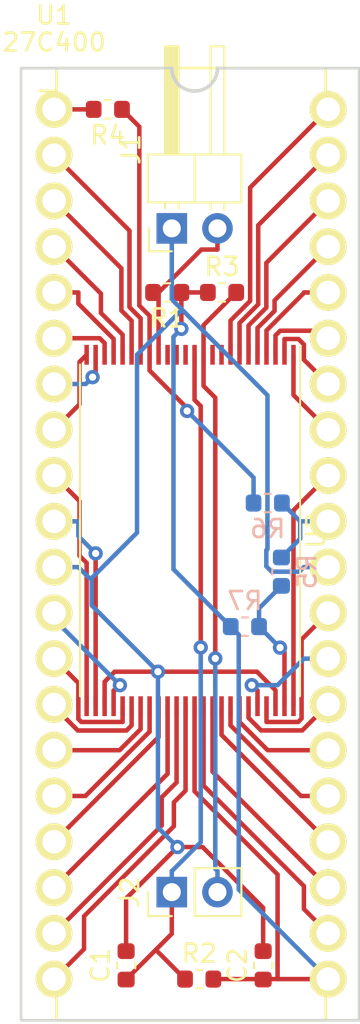
<source format=kicad_pcb>
(kicad_pcb (version 20171130) (host pcbnew 5.0.0)

  (general
    (thickness 1.6)
    (drawings 6)
    (tracks 241)
    (zones 0)
    (modules 13)
    (nets 50)
  )

  (page A4)
  (layers
    (0 F.Cu mixed)
    (31 B.Cu mixed)
    (32 B.Adhes user)
    (33 F.Adhes user)
    (34 B.Paste user)
    (35 F.Paste user)
    (36 B.SilkS user)
    (37 F.SilkS user)
    (38 B.Mask user)
    (39 F.Mask user)
    (40 Dwgs.User user)
    (41 Cmts.User user)
    (42 Eco1.User user)
    (43 Eco2.User user)
    (44 Edge.Cuts user)
    (45 Margin user)
    (46 B.CrtYd user)
    (47 F.CrtYd user)
    (48 B.Fab user)
    (49 F.Fab user)
  )

  (setup
    (last_trace_width 0.25)
    (trace_clearance 0.2)
    (zone_clearance 0.508)
    (zone_45_only no)
    (trace_min 0.2)
    (segment_width 0.2)
    (edge_width 0.15)
    (via_size 0.8)
    (via_drill 0.4)
    (via_min_size 0.4)
    (via_min_drill 0.3)
    (uvia_size 0.3)
    (uvia_drill 0.1)
    (uvias_allowed no)
    (uvia_min_size 0.2)
    (uvia_min_drill 0.1)
    (pcb_text_width 0.3)
    (pcb_text_size 1.5 1.5)
    (mod_edge_width 0.15)
    (mod_text_size 1 1)
    (mod_text_width 0.15)
    (pad_size 1.524 1.524)
    (pad_drill 0.762)
    (pad_to_mask_clearance 0.2)
    (aux_axis_origin 0 0)
    (visible_elements FFFFFF7F)
    (pcbplotparams
      (layerselection 0x010fc_ffffffff)
      (usegerberextensions false)
      (usegerberattributes false)
      (usegerberadvancedattributes false)
      (creategerberjobfile false)
      (excludeedgelayer true)
      (linewidth 0.100000)
      (plotframeref false)
      (viasonmask false)
      (mode 1)
      (useauxorigin false)
      (hpglpennumber 1)
      (hpglpenspeed 20)
      (hpglpendiameter 15.000000)
      (psnegative false)
      (psa4output false)
      (plotreference true)
      (plotvalue true)
      (plotinvisibletext false)
      (padsonsilk false)
      (subtractmaskfromsilk false)
      (outputformat 1)
      (mirror false)
      (drillshape 1)
      (scaleselection 1)
      (outputdirectory ""))
  )

  (net 0 "")
  (net 1 /P39)
  (net 2 /P28)
  (net 3 /P27)
  (net 4 /P26)
  (net 5 /P25)
  (net 6 /P24)
  (net 7 /P23)
  (net 8 /P22)
  (net 9 /P2)
  (net 10 /P20)
  (net 11 /P19)
  (net 12 /P10)
  (net 13 /P18)
  (net 14 /P9)
  (net 15 /P17)
  (net 16 /P8)
  (net 17 /P16)
  (net 18 /P7)
  (net 19 /P40)
  (net 20 /P15)
  (net 21 /P6)
  (net 22 /P14)
  (net 23 /P5)
  (net 24 /P13)
  (net 25 /P4)
  (net 26 /P12)
  (net 27 /P3)
  (net 28 /P38)
  (net 29 /P37)
  (net 30 /P36)
  (net 31 /P35)
  (net 32 /P34)
  (net 33 /P33)
  (net 34 /P32)
  (net 35 /P29)
  (net 36 "Net-(U2-Pad13)")
  (net 37 "Net-(U2-Pad14)")
  (net 38 "Net-(U2-Pad9)")
  (net 39 "Net-(U2-Pad10)")
  (net 40 /P_WE)
  (net 41 /P_RST)
  (net 42 "Net-(U2-Pad15)")
  (net 43 /P_A18)
  (net 44 VCC)
  (net 45 VSS)
  (net 46 /P1_2)
  (net 47 /P1_1)
  (net 48 /P31_1)
  (net 49 /P31_2)

  (net_class Default "This is the default net class."
    (clearance 0.2)
    (trace_width 0.25)
    (via_dia 0.8)
    (via_drill 0.4)
    (uvia_dia 0.3)
    (uvia_drill 0.1)
    (add_net /P10)
    (add_net /P12)
    (add_net /P13)
    (add_net /P14)
    (add_net /P15)
    (add_net /P16)
    (add_net /P17)
    (add_net /P18)
    (add_net /P19)
    (add_net /P1_1)
    (add_net /P1_2)
    (add_net /P2)
    (add_net /P20)
    (add_net /P22)
    (add_net /P23)
    (add_net /P24)
    (add_net /P25)
    (add_net /P26)
    (add_net /P27)
    (add_net /P28)
    (add_net /P29)
    (add_net /P3)
    (add_net /P31_1)
    (add_net /P31_2)
    (add_net /P32)
    (add_net /P33)
    (add_net /P34)
    (add_net /P35)
    (add_net /P36)
    (add_net /P37)
    (add_net /P38)
    (add_net /P39)
    (add_net /P4)
    (add_net /P40)
    (add_net /P5)
    (add_net /P6)
    (add_net /P7)
    (add_net /P8)
    (add_net /P9)
    (add_net /P_A18)
    (add_net /P_RST)
    (add_net /P_WE)
    (add_net "Net-(U2-Pad10)")
    (add_net "Net-(U2-Pad13)")
    (add_net "Net-(U2-Pad14)")
    (add_net "Net-(U2-Pad15)")
    (add_net "Net-(U2-Pad9)")
    (add_net VCC)
    (add_net VSS)
  )

  (module Resistor_SMD:R_0603_1608Metric (layer B.Cu) (tedit 5B301BBD) (tstamp 5BC088DA)
    (at 107.696 92.456 180)
    (descr "Resistor SMD 0603 (1608 Metric), square (rectangular) end terminal, IPC_7351 nominal, (Body size source: http://www.tortai-tech.com/upload/download/2011102023233369053.pdf), generated with kicad-footprint-generator")
    (tags resistor)
    (path /5BC1FF61)
    (attr smd)
    (fp_text reference R7 (at 0 1.43 180) (layer B.SilkS)
      (effects (font (size 1 1) (thickness 0.15)) (justify mirror))
    )
    (fp_text value 10k (at 0 -1.43 180) (layer B.Fab)
      (effects (font (size 1 1) (thickness 0.15)) (justify mirror))
    )
    (fp_text user %R (at 0 0 180) (layer B.Fab)
      (effects (font (size 0.4 0.4) (thickness 0.06)) (justify mirror))
    )
    (fp_line (start 1.48 -0.73) (end -1.48 -0.73) (layer B.CrtYd) (width 0.05))
    (fp_line (start 1.48 0.73) (end 1.48 -0.73) (layer B.CrtYd) (width 0.05))
    (fp_line (start -1.48 0.73) (end 1.48 0.73) (layer B.CrtYd) (width 0.05))
    (fp_line (start -1.48 -0.73) (end -1.48 0.73) (layer B.CrtYd) (width 0.05))
    (fp_line (start -0.162779 -0.51) (end 0.162779 -0.51) (layer B.SilkS) (width 0.12))
    (fp_line (start -0.162779 0.51) (end 0.162779 0.51) (layer B.SilkS) (width 0.12))
    (fp_line (start 0.8 -0.4) (end -0.8 -0.4) (layer B.Fab) (width 0.1))
    (fp_line (start 0.8 0.4) (end 0.8 -0.4) (layer B.Fab) (width 0.1))
    (fp_line (start -0.8 0.4) (end 0.8 0.4) (layer B.Fab) (width 0.1))
    (fp_line (start -0.8 -0.4) (end -0.8 0.4) (layer B.Fab) (width 0.1))
    (pad 2 smd roundrect (at 0.7875 0 180) (size 0.875 0.95) (layers B.Cu B.Paste B.Mask) (roundrect_rratio 0.25)
      (net 44 VCC))
    (pad 1 smd roundrect (at -0.7875 0 180) (size 0.875 0.95) (layers B.Cu B.Paste B.Mask) (roundrect_rratio 0.25)
      (net 49 /P31_2))
    (model ${KISYS3DMOD}/Resistor_SMD.3dshapes/R_0603_1608Metric.wrl
      (at (xyz 0 0 0))
      (scale (xyz 1 1 1))
      (rotate (xyz 0 0 0))
    )
  )

  (module Resistor_SMD:R_0603_1608Metric (layer B.Cu) (tedit 5B301BBD) (tstamp 5BC088C9)
    (at 108.966 85.598)
    (descr "Resistor SMD 0603 (1608 Metric), square (rectangular) end terminal, IPC_7351 nominal, (Body size source: http://www.tortai-tech.com/upload/download/2011102023233369053.pdf), generated with kicad-footprint-generator")
    (tags resistor)
    (path /5BC1B265)
    (attr smd)
    (fp_text reference R6 (at 0 1.43) (layer B.SilkS)
      (effects (font (size 1 1) (thickness 0.15)) (justify mirror))
    )
    (fp_text value 0 (at 0 -1.43) (layer B.Fab)
      (effects (font (size 1 1) (thickness 0.15)) (justify mirror))
    )
    (fp_line (start -0.8 -0.4) (end -0.8 0.4) (layer B.Fab) (width 0.1))
    (fp_line (start -0.8 0.4) (end 0.8 0.4) (layer B.Fab) (width 0.1))
    (fp_line (start 0.8 0.4) (end 0.8 -0.4) (layer B.Fab) (width 0.1))
    (fp_line (start 0.8 -0.4) (end -0.8 -0.4) (layer B.Fab) (width 0.1))
    (fp_line (start -0.162779 0.51) (end 0.162779 0.51) (layer B.SilkS) (width 0.12))
    (fp_line (start -0.162779 -0.51) (end 0.162779 -0.51) (layer B.SilkS) (width 0.12))
    (fp_line (start -1.48 -0.73) (end -1.48 0.73) (layer B.CrtYd) (width 0.05))
    (fp_line (start -1.48 0.73) (end 1.48 0.73) (layer B.CrtYd) (width 0.05))
    (fp_line (start 1.48 0.73) (end 1.48 -0.73) (layer B.CrtYd) (width 0.05))
    (fp_line (start 1.48 -0.73) (end -1.48 -0.73) (layer B.CrtYd) (width 0.05))
    (fp_text user %R (at 0 0) (layer B.Fab)
      (effects (font (size 0.4 0.4) (thickness 0.06)) (justify mirror))
    )
    (pad 1 smd roundrect (at -0.7875 0) (size 0.875 0.95) (layers B.Cu B.Paste B.Mask) (roundrect_rratio 0.25)
      (net 46 /P1_2))
    (pad 2 smd roundrect (at 0.7875 0) (size 0.875 0.95) (layers B.Cu B.Paste B.Mask) (roundrect_rratio 0.25)
      (net 48 /P31_1))
    (model ${KISYS3DMOD}/Resistor_SMD.3dshapes/R_0603_1608Metric.wrl
      (at (xyz 0 0 0))
      (scale (xyz 1 1 1))
      (rotate (xyz 0 0 0))
    )
  )

  (module Resistor_SMD:R_0603_1608Metric (layer B.Cu) (tedit 5B301BBD) (tstamp 5BC088B8)
    (at 109.728 89.408 90)
    (descr "Resistor SMD 0603 (1608 Metric), square (rectangular) end terminal, IPC_7351 nominal, (Body size source: http://www.tortai-tech.com/upload/download/2011102023233369053.pdf), generated with kicad-footprint-generator")
    (tags resistor)
    (path /5BC171B2)
    (attr smd)
    (fp_text reference R5 (at 0 1.43 90) (layer B.SilkS)
      (effects (font (size 1 1) (thickness 0.15)) (justify mirror))
    )
    (fp_text value 0 (at 0 -1.43 90) (layer B.Fab)
      (effects (font (size 1 1) (thickness 0.15)) (justify mirror))
    )
    (fp_text user %R (at 0 0 90) (layer B.Fab)
      (effects (font (size 0.4 0.4) (thickness 0.06)) (justify mirror))
    )
    (fp_line (start 1.48 -0.73) (end -1.48 -0.73) (layer B.CrtYd) (width 0.05))
    (fp_line (start 1.48 0.73) (end 1.48 -0.73) (layer B.CrtYd) (width 0.05))
    (fp_line (start -1.48 0.73) (end 1.48 0.73) (layer B.CrtYd) (width 0.05))
    (fp_line (start -1.48 -0.73) (end -1.48 0.73) (layer B.CrtYd) (width 0.05))
    (fp_line (start -0.162779 -0.51) (end 0.162779 -0.51) (layer B.SilkS) (width 0.12))
    (fp_line (start -0.162779 0.51) (end 0.162779 0.51) (layer B.SilkS) (width 0.12))
    (fp_line (start 0.8 -0.4) (end -0.8 -0.4) (layer B.Fab) (width 0.1))
    (fp_line (start 0.8 0.4) (end 0.8 -0.4) (layer B.Fab) (width 0.1))
    (fp_line (start -0.8 0.4) (end 0.8 0.4) (layer B.Fab) (width 0.1))
    (fp_line (start -0.8 -0.4) (end -0.8 0.4) (layer B.Fab) (width 0.1))
    (pad 2 smd roundrect (at 0.7875 0 90) (size 0.875 0.95) (layers B.Cu B.Paste B.Mask) (roundrect_rratio 0.25)
      (net 48 /P31_1))
    (pad 1 smd roundrect (at -0.7875 0 90) (size 0.875 0.95) (layers B.Cu B.Paste B.Mask) (roundrect_rratio 0.25)
      (net 49 /P31_2))
    (model ${KISYS3DMOD}/Resistor_SMD.3dshapes/R_0603_1608Metric.wrl
      (at (xyz 0 0 0))
      (scale (xyz 1 1 1))
      (rotate (xyz 0 0 0))
    )
  )

  (module Resistor_SMD:R_0603_1608Metric (layer F.Cu) (tedit 5B301BBD) (tstamp 5BC088A7)
    (at 100.076 63.754 180)
    (descr "Resistor SMD 0603 (1608 Metric), square (rectangular) end terminal, IPC_7351 nominal, (Body size source: http://www.tortai-tech.com/upload/download/2011102023233369053.pdf), generated with kicad-footprint-generator")
    (tags resistor)
    (path /5BC0BC15)
    (attr smd)
    (fp_text reference R4 (at 0 -1.43 180) (layer F.SilkS)
      (effects (font (size 1 1) (thickness 0.15)))
    )
    (fp_text value 0 (at 0 1.43 180) (layer F.Fab)
      (effects (font (size 1 1) (thickness 0.15)))
    )
    (fp_line (start -0.8 0.4) (end -0.8 -0.4) (layer F.Fab) (width 0.1))
    (fp_line (start -0.8 -0.4) (end 0.8 -0.4) (layer F.Fab) (width 0.1))
    (fp_line (start 0.8 -0.4) (end 0.8 0.4) (layer F.Fab) (width 0.1))
    (fp_line (start 0.8 0.4) (end -0.8 0.4) (layer F.Fab) (width 0.1))
    (fp_line (start -0.162779 -0.51) (end 0.162779 -0.51) (layer F.SilkS) (width 0.12))
    (fp_line (start -0.162779 0.51) (end 0.162779 0.51) (layer F.SilkS) (width 0.12))
    (fp_line (start -1.48 0.73) (end -1.48 -0.73) (layer F.CrtYd) (width 0.05))
    (fp_line (start -1.48 -0.73) (end 1.48 -0.73) (layer F.CrtYd) (width 0.05))
    (fp_line (start 1.48 -0.73) (end 1.48 0.73) (layer F.CrtYd) (width 0.05))
    (fp_line (start 1.48 0.73) (end -1.48 0.73) (layer F.CrtYd) (width 0.05))
    (fp_text user %R (at 0 0 180) (layer F.Fab)
      (effects (font (size 0.4 0.4) (thickness 0.06)))
    )
    (pad 1 smd roundrect (at -0.7875 0 180) (size 0.875 0.95) (layers F.Cu F.Paste F.Mask) (roundrect_rratio 0.25)
      (net 46 /P1_2))
    (pad 2 smd roundrect (at 0.7875 0 180) (size 0.875 0.95) (layers F.Cu F.Paste F.Mask) (roundrect_rratio 0.25)
      (net 47 /P1_1))
    (model ${KISYS3DMOD}/Resistor_SMD.3dshapes/R_0603_1608Metric.wrl
      (at (xyz 0 0 0))
      (scale (xyz 1 1 1))
      (rotate (xyz 0 0 0))
    )
  )

  (module Package_SO:TSOP-I-48_18.4x12mm_P0.5mm (layer F.Cu) (tedit 5A02F25C) (tstamp 5BC0843B)
    (at 104.648 87.122 270)
    (descr "TSOP I, 32 pins, 18.4x8mm body (https://www.micron.com/~/media/documents/products/technical-note/nor-flash/tn1225_land_pad_design.pdf)")
    (tags "TSOP I 32")
    (path /55AF4F2A)
    (attr smd)
    (fp_text reference U2 (at 0 -7 270) (layer F.SilkS)
      (effects (font (size 1 1) (thickness 0.15)))
    )
    (fp_text value 29F800 (at 0 7 270) (layer F.Fab)
      (effects (font (size 1 1) (thickness 0.15)))
    )
    (fp_line (start -10.55 6.25) (end -10.55 -6.25) (layer F.CrtYd) (width 0.05))
    (fp_line (start 10.55 6.25) (end -10.55 6.25) (layer F.CrtYd) (width 0.05))
    (fp_line (start 10.55 -6.25) (end 10.55 6.25) (layer F.CrtYd) (width 0.05))
    (fp_line (start -10.55 -6.25) (end 10.55 -6.25) (layer F.CrtYd) (width 0.05))
    (fp_line (start -9.2 6.12) (end 9.2 6.12) (layer F.SilkS) (width 0.12))
    (fp_line (start 9.2 -6.12) (end -10.2 -6.12) (layer F.SilkS) (width 0.1))
    (fp_line (start -8.2 -6) (end -9.2 -5) (layer F.Fab) (width 0.1))
    (fp_text user %R (at 0 0 270) (layer F.Fab)
      (effects (font (size 1 1) (thickness 0.15)))
    )
    (fp_line (start 9.2 -6) (end 9.2 6) (layer F.Fab) (width 0.1))
    (fp_line (start 9.2 6) (end -9.2 6) (layer F.Fab) (width 0.1))
    (fp_line (start -9.2 6) (end -9.2 -5) (layer F.Fab) (width 0.1))
    (fp_line (start -8.2 -6) (end 9.2 -6) (layer F.Fab) (width 0.1))
    (pad 1 smd rect (at -9.75 -5.75 270) (size 1.1 0.25) (layers F.Cu F.Paste F.Mask)
      (net 33 /P33))
    (pad 25 smd rect (at 9.75 5.75 270) (size 1.1 0.25) (layers F.Cu F.Paste F.Mask)
      (net 14 /P9))
    (pad 2 smd rect (at -9.75 -5.25 270) (size 1.1 0.25) (layers F.Cu F.Paste F.Mask)
      (net 32 /P34))
    (pad 3 smd rect (at -9.75 -4.75 270) (size 1.1 0.25) (layers F.Cu F.Paste F.Mask)
      (net 31 /P35))
    (pad 4 smd rect (at -9.75 -4.25 270) (size 1.1 0.25) (layers F.Cu F.Paste F.Mask)
      (net 30 /P36))
    (pad 5 smd rect (at -9.75 -3.75 270) (size 1.1 0.25) (layers F.Cu F.Paste F.Mask)
      (net 29 /P37))
    (pad 6 smd rect (at -9.75 -3.25 270) (size 1.1 0.25) (layers F.Cu F.Paste F.Mask)
      (net 28 /P38))
    (pad 7 smd rect (at -9.75 -2.75 270) (size 1.1 0.25) (layers F.Cu F.Paste F.Mask)
      (net 1 /P39))
    (pad 8 smd rect (at -9.75 -2.25 270) (size 1.1 0.25) (layers F.Cu F.Paste F.Mask)
      (net 19 /P40))
    (pad 9 smd rect (at -9.75 -1.75 270) (size 1.1 0.25) (layers F.Cu F.Paste F.Mask)
      (net 38 "Net-(U2-Pad9)"))
    (pad 10 smd rect (at -9.75 -1.25 270) (size 1.1 0.25) (layers F.Cu F.Paste F.Mask)
      (net 39 "Net-(U2-Pad10)"))
    (pad 11 smd rect (at -9.75 -0.75 270) (size 1.1 0.25) (layers F.Cu F.Paste F.Mask)
      (net 40 /P_WE))
    (pad 12 smd rect (at -9.75 -0.25 270) (size 1.1 0.25) (layers F.Cu F.Paste F.Mask)
      (net 41 /P_RST))
    (pad 13 smd rect (at -9.75 0.25 270) (size 1.1 0.25) (layers F.Cu F.Paste F.Mask)
      (net 36 "Net-(U2-Pad13)"))
    (pad 14 smd rect (at -9.75 0.75 270) (size 1.1 0.25) (layers F.Cu F.Paste F.Mask)
      (net 37 "Net-(U2-Pad14)"))
    (pad 15 smd rect (at -9.75 1.25 270) (size 1.1 0.25) (layers F.Cu F.Paste F.Mask)
      (net 42 "Net-(U2-Pad15)"))
    (pad 16 smd rect (at -9.75 1.75 270) (size 1.1 0.25) (layers F.Cu F.Paste F.Mask)
      (net 43 /P_A18))
    (pad 17 smd rect (at -9.75 2.25 270) (size 1.1 0.25) (layers F.Cu F.Paste F.Mask)
      (net 46 /P1_2))
    (pad 18 smd rect (at -9.75 2.75 270) (size 1.1 0.25) (layers F.Cu F.Paste F.Mask)
      (net 9 /P2))
    (pad 19 smd rect (at -9.75 3.25 270) (size 1.1 0.25) (layers F.Cu F.Paste F.Mask)
      (net 27 /P3))
    (pad 20 smd rect (at -9.75 3.75 270) (size 1.1 0.25) (layers F.Cu F.Paste F.Mask)
      (net 25 /P4))
    (pad 21 smd rect (at -9.75 4.25 270) (size 1.1 0.25) (layers F.Cu F.Paste F.Mask)
      (net 23 /P5))
    (pad 22 smd rect (at -9.75 4.75 270) (size 1.1 0.25) (layers F.Cu F.Paste F.Mask)
      (net 21 /P6))
    (pad 23 smd rect (at -9.75 5.25 270) (size 1.1 0.25) (layers F.Cu F.Paste F.Mask)
      (net 18 /P7))
    (pad 24 smd rect (at -9.75 5.75 270) (size 1.1 0.25) (layers F.Cu F.Paste F.Mask)
      (net 16 /P8))
    (pad 26 smd rect (at 9.75 5.25 270) (size 1.1 0.25) (layers F.Cu F.Paste F.Mask)
      (net 12 /P10))
    (pad 27 smd rect (at 9.75 4.75 270) (size 1.1 0.25) (layers F.Cu F.Paste F.Mask)
      (net 45 VSS))
    (pad 28 smd rect (at 9.75 4.25 270) (size 1.1 0.25) (layers F.Cu F.Paste F.Mask)
      (net 26 /P12))
    (pad 29 smd rect (at 9.75 3.75 270) (size 1.1 0.25) (layers F.Cu F.Paste F.Mask)
      (net 24 /P13))
    (pad 30 smd rect (at 9.75 3.25 270) (size 1.1 0.25) (layers F.Cu F.Paste F.Mask)
      (net 22 /P14))
    (pad 31 smd rect (at 9.75 2.75 270) (size 1.1 0.25) (layers F.Cu F.Paste F.Mask)
      (net 20 /P15))
    (pad 32 smd rect (at 9.75 2.25 270) (size 1.1 0.25) (layers F.Cu F.Paste F.Mask)
      (net 17 /P16))
    (pad 33 smd rect (at 9.75 1.75 270) (size 1.1 0.25) (layers F.Cu F.Paste F.Mask)
      (net 15 /P17))
    (pad 34 smd rect (at 9.75 1.25 270) (size 1.1 0.25) (layers F.Cu F.Paste F.Mask)
      (net 13 /P18))
    (pad 35 smd rect (at 9.75 0.75 270) (size 1.1 0.25) (layers F.Cu F.Paste F.Mask)
      (net 11 /P19))
    (pad 36 smd rect (at 9.75 0.25 270) (size 1.1 0.25) (layers F.Cu F.Paste F.Mask)
      (net 10 /P20))
    (pad 37 smd rect (at 9.75 -0.25 270) (size 1.1 0.25) (layers F.Cu F.Paste F.Mask)
      (net 44 VCC))
    (pad 38 smd rect (at 9.75 -0.75 270) (size 1.1 0.25) (layers F.Cu F.Paste F.Mask)
      (net 8 /P22))
    (pad 39 smd rect (at 9.75 -1.25 270) (size 1.1 0.25) (layers F.Cu F.Paste F.Mask)
      (net 7 /P23))
    (pad 40 smd rect (at 9.75 -1.75 270) (size 1.1 0.25) (layers F.Cu F.Paste F.Mask)
      (net 6 /P24))
    (pad 41 smd rect (at 9.75 -2.25 270) (size 1.1 0.25) (layers F.Cu F.Paste F.Mask)
      (net 5 /P25))
    (pad 42 smd rect (at 9.75 -2.75 270) (size 1.1 0.25) (layers F.Cu F.Paste F.Mask)
      (net 4 /P26))
    (pad 43 smd rect (at 9.75 -3.25 270) (size 1.1 0.25) (layers F.Cu F.Paste F.Mask)
      (net 3 /P27))
    (pad 44 smd rect (at 9.75 -3.75 270) (size 1.1 0.25) (layers F.Cu F.Paste F.Mask)
      (net 2 /P28))
    (pad 45 smd rect (at 9.75 -4.25 270) (size 1.1 0.25) (layers F.Cu F.Paste F.Mask)
      (net 35 /P29))
    (pad 46 smd rect (at 9.75 -4.75 270) (size 1.1 0.25) (layers F.Cu F.Paste F.Mask)
      (net 45 VSS))
    (pad 47 smd rect (at 9.75 -5.25 270) (size 1.1 0.25) (layers F.Cu F.Paste F.Mask)
      (net 49 /P31_2))
    (pad 48 smd rect (at 9.75 -5.75 270) (size 1.1 0.25) (layers F.Cu F.Paste F.Mask)
      (net 34 /P32))
    (model ${KISYS3DMOD}/Package_SO.3dshapes/TSOP-I-48_18.4x12mm_P0.5mm.wrl
      (at (xyz 0 0 0))
      (scale (xyz 1 1 1))
      (rotate (xyz 0 0 0))
    )
  )

  (module Capacitor_SMD:C_0603_1608Metric (layer F.Cu) (tedit 5B301BBE) (tstamp 5BC02541)
    (at 108.712 111.252 90)
    (descr "Capacitor SMD 0603 (1608 Metric), square (rectangular) end terminal, IPC_7351 nominal, (Body size source: http://www.tortai-tech.com/upload/download/2011102023233369053.pdf), generated with kicad-footprint-generator")
    (tags capacitor)
    (path /5BC1D5A9)
    (attr smd)
    (fp_text reference C2 (at 0 -1.43 90) (layer F.SilkS)
      (effects (font (size 1 1) (thickness 0.15)))
    )
    (fp_text value 0.1uF (at 0 1.43 90) (layer F.Fab)
      (effects (font (size 1 1) (thickness 0.15)))
    )
    (fp_text user %R (at 0 0 90) (layer F.Fab)
      (effects (font (size 0.4 0.4) (thickness 0.06)))
    )
    (fp_line (start 1.48 0.73) (end -1.48 0.73) (layer F.CrtYd) (width 0.05))
    (fp_line (start 1.48 -0.73) (end 1.48 0.73) (layer F.CrtYd) (width 0.05))
    (fp_line (start -1.48 -0.73) (end 1.48 -0.73) (layer F.CrtYd) (width 0.05))
    (fp_line (start -1.48 0.73) (end -1.48 -0.73) (layer F.CrtYd) (width 0.05))
    (fp_line (start -0.162779 0.51) (end 0.162779 0.51) (layer F.SilkS) (width 0.12))
    (fp_line (start -0.162779 -0.51) (end 0.162779 -0.51) (layer F.SilkS) (width 0.12))
    (fp_line (start 0.8 0.4) (end -0.8 0.4) (layer F.Fab) (width 0.1))
    (fp_line (start 0.8 -0.4) (end 0.8 0.4) (layer F.Fab) (width 0.1))
    (fp_line (start -0.8 -0.4) (end 0.8 -0.4) (layer F.Fab) (width 0.1))
    (fp_line (start -0.8 0.4) (end -0.8 -0.4) (layer F.Fab) (width 0.1))
    (pad 2 smd roundrect (at 0.7875 0 90) (size 0.875 0.95) (layers F.Cu F.Paste F.Mask) (roundrect_rratio 0.25)
      (net 45 VSS))
    (pad 1 smd roundrect (at -0.7875 0 90) (size 0.875 0.95) (layers F.Cu F.Paste F.Mask) (roundrect_rratio 0.25)
      (net 44 VCC))
    (model ${KISYS3DMOD}/Capacitor_SMD.3dshapes/C_0603_1608Metric.wrl
      (at (xyz 0 0 0))
      (scale (xyz 1 1 1))
      (rotate (xyz 0 0 0))
    )
  )

  (module Capacitor_SMD:C_0603_1608Metric (layer F.Cu) (tedit 5B301BBE) (tstamp 5BC02531)
    (at 101.092 111.252 90)
    (descr "Capacitor SMD 0603 (1608 Metric), square (rectangular) end terminal, IPC_7351 nominal, (Body size source: http://www.tortai-tech.com/upload/download/2011102023233369053.pdf), generated with kicad-footprint-generator")
    (tags capacitor)
    (path /5BC0EC2D)
    (attr smd)
    (fp_text reference C1 (at 0 -1.43 90) (layer F.SilkS)
      (effects (font (size 1 1) (thickness 0.15)))
    )
    (fp_text value 0.1uF (at 0 1.43 90) (layer F.Fab)
      (effects (font (size 1 1) (thickness 0.15)))
    )
    (fp_line (start -0.8 0.4) (end -0.8 -0.4) (layer F.Fab) (width 0.1))
    (fp_line (start -0.8 -0.4) (end 0.8 -0.4) (layer F.Fab) (width 0.1))
    (fp_line (start 0.8 -0.4) (end 0.8 0.4) (layer F.Fab) (width 0.1))
    (fp_line (start 0.8 0.4) (end -0.8 0.4) (layer F.Fab) (width 0.1))
    (fp_line (start -0.162779 -0.51) (end 0.162779 -0.51) (layer F.SilkS) (width 0.12))
    (fp_line (start -0.162779 0.51) (end 0.162779 0.51) (layer F.SilkS) (width 0.12))
    (fp_line (start -1.48 0.73) (end -1.48 -0.73) (layer F.CrtYd) (width 0.05))
    (fp_line (start -1.48 -0.73) (end 1.48 -0.73) (layer F.CrtYd) (width 0.05))
    (fp_line (start 1.48 -0.73) (end 1.48 0.73) (layer F.CrtYd) (width 0.05))
    (fp_line (start 1.48 0.73) (end -1.48 0.73) (layer F.CrtYd) (width 0.05))
    (fp_text user %R (at 0 0 90) (layer F.Fab)
      (effects (font (size 0.4 0.4) (thickness 0.06)))
    )
    (pad 1 smd roundrect (at -0.7875 0 90) (size 0.875 0.95) (layers F.Cu F.Paste F.Mask) (roundrect_rratio 0.25)
      (net 41 /P_RST))
    (pad 2 smd roundrect (at 0.7875 0 90) (size 0.875 0.95) (layers F.Cu F.Paste F.Mask) (roundrect_rratio 0.25)
      (net 45 VSS))
    (model ${KISYS3DMOD}/Capacitor_SMD.3dshapes/C_0603_1608Metric.wrl
      (at (xyz 0 0 0))
      (scale (xyz 1 1 1))
      (rotate (xyz 0 0 0))
    )
  )

  (module Connector_PinHeader_2.54mm:PinHeader_1x02_P2.54mm_Horizontal (layer F.Cu) (tedit 59FED5CB) (tstamp 5BC024FF)
    (at 103.632 70.358 90)
    (descr "Through hole angled pin header, 1x02, 2.54mm pitch, 6mm pin length, single row")
    (tags "Through hole angled pin header THT 1x02 2.54mm single row")
    (path /5BBEB3DB)
    (fp_text reference J1 (at 4.385 -2.27 90) (layer F.SilkS)
      (effects (font (size 1 1) (thickness 0.15)))
    )
    (fp_text value Conn_01x02 (at 4.385 4.81 90) (layer F.Fab)
      (effects (font (size 1 1) (thickness 0.15)))
    )
    (fp_line (start 2.135 -1.27) (end 4.04 -1.27) (layer F.Fab) (width 0.1))
    (fp_line (start 4.04 -1.27) (end 4.04 3.81) (layer F.Fab) (width 0.1))
    (fp_line (start 4.04 3.81) (end 1.5 3.81) (layer F.Fab) (width 0.1))
    (fp_line (start 1.5 3.81) (end 1.5 -0.635) (layer F.Fab) (width 0.1))
    (fp_line (start 1.5 -0.635) (end 2.135 -1.27) (layer F.Fab) (width 0.1))
    (fp_line (start -0.32 -0.32) (end 1.5 -0.32) (layer F.Fab) (width 0.1))
    (fp_line (start -0.32 -0.32) (end -0.32 0.32) (layer F.Fab) (width 0.1))
    (fp_line (start -0.32 0.32) (end 1.5 0.32) (layer F.Fab) (width 0.1))
    (fp_line (start 4.04 -0.32) (end 10.04 -0.32) (layer F.Fab) (width 0.1))
    (fp_line (start 10.04 -0.32) (end 10.04 0.32) (layer F.Fab) (width 0.1))
    (fp_line (start 4.04 0.32) (end 10.04 0.32) (layer F.Fab) (width 0.1))
    (fp_line (start -0.32 2.22) (end 1.5 2.22) (layer F.Fab) (width 0.1))
    (fp_line (start -0.32 2.22) (end -0.32 2.86) (layer F.Fab) (width 0.1))
    (fp_line (start -0.32 2.86) (end 1.5 2.86) (layer F.Fab) (width 0.1))
    (fp_line (start 4.04 2.22) (end 10.04 2.22) (layer F.Fab) (width 0.1))
    (fp_line (start 10.04 2.22) (end 10.04 2.86) (layer F.Fab) (width 0.1))
    (fp_line (start 4.04 2.86) (end 10.04 2.86) (layer F.Fab) (width 0.1))
    (fp_line (start 1.44 -1.33) (end 1.44 3.87) (layer F.SilkS) (width 0.12))
    (fp_line (start 1.44 3.87) (end 4.1 3.87) (layer F.SilkS) (width 0.12))
    (fp_line (start 4.1 3.87) (end 4.1 -1.33) (layer F.SilkS) (width 0.12))
    (fp_line (start 4.1 -1.33) (end 1.44 -1.33) (layer F.SilkS) (width 0.12))
    (fp_line (start 4.1 -0.38) (end 10.1 -0.38) (layer F.SilkS) (width 0.12))
    (fp_line (start 10.1 -0.38) (end 10.1 0.38) (layer F.SilkS) (width 0.12))
    (fp_line (start 10.1 0.38) (end 4.1 0.38) (layer F.SilkS) (width 0.12))
    (fp_line (start 4.1 -0.32) (end 10.1 -0.32) (layer F.SilkS) (width 0.12))
    (fp_line (start 4.1 -0.2) (end 10.1 -0.2) (layer F.SilkS) (width 0.12))
    (fp_line (start 4.1 -0.08) (end 10.1 -0.08) (layer F.SilkS) (width 0.12))
    (fp_line (start 4.1 0.04) (end 10.1 0.04) (layer F.SilkS) (width 0.12))
    (fp_line (start 4.1 0.16) (end 10.1 0.16) (layer F.SilkS) (width 0.12))
    (fp_line (start 4.1 0.28) (end 10.1 0.28) (layer F.SilkS) (width 0.12))
    (fp_line (start 1.11 -0.38) (end 1.44 -0.38) (layer F.SilkS) (width 0.12))
    (fp_line (start 1.11 0.38) (end 1.44 0.38) (layer F.SilkS) (width 0.12))
    (fp_line (start 1.44 1.27) (end 4.1 1.27) (layer F.SilkS) (width 0.12))
    (fp_line (start 4.1 2.16) (end 10.1 2.16) (layer F.SilkS) (width 0.12))
    (fp_line (start 10.1 2.16) (end 10.1 2.92) (layer F.SilkS) (width 0.12))
    (fp_line (start 10.1 2.92) (end 4.1 2.92) (layer F.SilkS) (width 0.12))
    (fp_line (start 1.042929 2.16) (end 1.44 2.16) (layer F.SilkS) (width 0.12))
    (fp_line (start 1.042929 2.92) (end 1.44 2.92) (layer F.SilkS) (width 0.12))
    (fp_line (start -1.27 0) (end -1.27 -1.27) (layer F.SilkS) (width 0.12))
    (fp_line (start -1.27 -1.27) (end 0 -1.27) (layer F.SilkS) (width 0.12))
    (fp_line (start -1.8 -1.8) (end -1.8 4.35) (layer F.CrtYd) (width 0.05))
    (fp_line (start -1.8 4.35) (end 10.55 4.35) (layer F.CrtYd) (width 0.05))
    (fp_line (start 10.55 4.35) (end 10.55 -1.8) (layer F.CrtYd) (width 0.05))
    (fp_line (start 10.55 -1.8) (end -1.8 -1.8) (layer F.CrtYd) (width 0.05))
    (fp_text user %R (at 2.77 1.27 180) (layer F.Fab)
      (effects (font (size 1 1) (thickness 0.15)))
    )
    (pad 1 thru_hole rect (at 0 0 90) (size 1.7 1.7) (drill 1) (layers *.Cu *.Mask)
      (net 45 VSS))
    (pad 2 thru_hole oval (at 0 2.54 90) (size 1.7 1.7) (drill 1) (layers *.Cu *.Mask)
      (net 43 /P_A18))
    (model ${KISYS3DMOD}/Connector_PinHeader_2.54mm.3dshapes/PinHeader_1x02_P2.54mm_Horizontal.wrl
      (at (xyz 0 0 0))
      (scale (xyz 1 1 1))
      (rotate (xyz 0 0 0))
    )
  )

  (module Connector_PinHeader_2.54mm:PinHeader_1x02_P2.54mm_Vertical (layer F.Cu) (tedit 59FED5CC) (tstamp 5BC024EA)
    (at 103.632 107.188 90)
    (descr "Through hole straight pin header, 1x02, 2.54mm pitch, single row")
    (tags "Through hole pin header THT 1x02 2.54mm single row")
    (path /5BC015FA)
    (fp_text reference J2 (at 0 -2.33 90) (layer F.SilkS)
      (effects (font (size 1 1) (thickness 0.15)))
    )
    (fp_text value Conn_01x02 (at 0 4.87 90) (layer F.Fab)
      (effects (font (size 1 1) (thickness 0.15)))
    )
    (fp_line (start -0.635 -1.27) (end 1.27 -1.27) (layer F.Fab) (width 0.1))
    (fp_line (start 1.27 -1.27) (end 1.27 3.81) (layer F.Fab) (width 0.1))
    (fp_line (start 1.27 3.81) (end -1.27 3.81) (layer F.Fab) (width 0.1))
    (fp_line (start -1.27 3.81) (end -1.27 -0.635) (layer F.Fab) (width 0.1))
    (fp_line (start -1.27 -0.635) (end -0.635 -1.27) (layer F.Fab) (width 0.1))
    (fp_line (start -1.33 3.87) (end 1.33 3.87) (layer F.SilkS) (width 0.12))
    (fp_line (start -1.33 1.27) (end -1.33 3.87) (layer F.SilkS) (width 0.12))
    (fp_line (start 1.33 1.27) (end 1.33 3.87) (layer F.SilkS) (width 0.12))
    (fp_line (start -1.33 1.27) (end 1.33 1.27) (layer F.SilkS) (width 0.12))
    (fp_line (start -1.33 0) (end -1.33 -1.33) (layer F.SilkS) (width 0.12))
    (fp_line (start -1.33 -1.33) (end 0 -1.33) (layer F.SilkS) (width 0.12))
    (fp_line (start -1.8 -1.8) (end -1.8 4.35) (layer F.CrtYd) (width 0.05))
    (fp_line (start -1.8 4.35) (end 1.8 4.35) (layer F.CrtYd) (width 0.05))
    (fp_line (start 1.8 4.35) (end 1.8 -1.8) (layer F.CrtYd) (width 0.05))
    (fp_line (start 1.8 -1.8) (end -1.8 -1.8) (layer F.CrtYd) (width 0.05))
    (fp_text user %R (at 0 1.27 180) (layer F.Fab)
      (effects (font (size 1 1) (thickness 0.15)))
    )
    (pad 1 thru_hole rect (at 0 0 90) (size 1.7 1.7) (drill 1) (layers *.Cu *.Mask)
      (net 41 /P_RST))
    (pad 2 thru_hole oval (at 0 2.54 90) (size 1.7 1.7) (drill 1) (layers *.Cu *.Mask)
      (net 40 /P_WE))
    (model ${KISYS3DMOD}/Connector_PinHeader_2.54mm.3dshapes/PinHeader_1x02_P2.54mm_Vertical.wrl
      (at (xyz 0 0 0))
      (scale (xyz 1 1 1))
      (rotate (xyz 0 0 0))
    )
  )

  (module Resistor_SMD:R_0603_1608Metric (layer F.Cu) (tedit 5B301BBD) (tstamp 5BC023F0)
    (at 106.426 73.914)
    (descr "Resistor SMD 0603 (1608 Metric), square (rectangular) end terminal, IPC_7351 nominal, (Body size source: http://www.tortai-tech.com/upload/download/2011102023233369053.pdf), generated with kicad-footprint-generator")
    (tags resistor)
    (path /5BC01740)
    (attr smd)
    (fp_text reference R3 (at 0 -1.43) (layer F.SilkS)
      (effects (font (size 1 1) (thickness 0.15)))
    )
    (fp_text value 10K (at 0 1.43) (layer F.Fab)
      (effects (font (size 1 1) (thickness 0.15)))
    )
    (fp_line (start -0.8 0.4) (end -0.8 -0.4) (layer F.Fab) (width 0.1))
    (fp_line (start -0.8 -0.4) (end 0.8 -0.4) (layer F.Fab) (width 0.1))
    (fp_line (start 0.8 -0.4) (end 0.8 0.4) (layer F.Fab) (width 0.1))
    (fp_line (start 0.8 0.4) (end -0.8 0.4) (layer F.Fab) (width 0.1))
    (fp_line (start -0.162779 -0.51) (end 0.162779 -0.51) (layer F.SilkS) (width 0.12))
    (fp_line (start -0.162779 0.51) (end 0.162779 0.51) (layer F.SilkS) (width 0.12))
    (fp_line (start -1.48 0.73) (end -1.48 -0.73) (layer F.CrtYd) (width 0.05))
    (fp_line (start -1.48 -0.73) (end 1.48 -0.73) (layer F.CrtYd) (width 0.05))
    (fp_line (start 1.48 -0.73) (end 1.48 0.73) (layer F.CrtYd) (width 0.05))
    (fp_line (start 1.48 0.73) (end -1.48 0.73) (layer F.CrtYd) (width 0.05))
    (fp_text user %R (at 0 0) (layer F.Fab)
      (effects (font (size 0.4 0.4) (thickness 0.06)))
    )
    (pad 1 smd roundrect (at -0.7875 0) (size 0.875 0.95) (layers F.Cu F.Paste F.Mask) (roundrect_rratio 0.25)
      (net 44 VCC))
    (pad 2 smd roundrect (at 0.7875 0) (size 0.875 0.95) (layers F.Cu F.Paste F.Mask) (roundrect_rratio 0.25)
      (net 40 /P_WE))
    (model ${KISYS3DMOD}/Resistor_SMD.3dshapes/R_0603_1608Metric.wrl
      (at (xyz 0 0 0))
      (scale (xyz 1 1 1))
      (rotate (xyz 0 0 0))
    )
  )

  (module Resistor_SMD:R_0603_1608Metric (layer F.Cu) (tedit 5B301BBD) (tstamp 5BC023E0)
    (at 105.156 112.014)
    (descr "Resistor SMD 0603 (1608 Metric), square (rectangular) end terminal, IPC_7351 nominal, (Body size source: http://www.tortai-tech.com/upload/download/2011102023233369053.pdf), generated with kicad-footprint-generator")
    (tags resistor)
    (path /5BC0EB2B)
    (attr smd)
    (fp_text reference R2 (at 0 -1.43) (layer F.SilkS)
      (effects (font (size 1 1) (thickness 0.15)))
    )
    (fp_text value 10K (at 0 1.43) (layer F.Fab)
      (effects (font (size 1 1) (thickness 0.15)))
    )
    (fp_text user %R (at 0 0) (layer F.Fab)
      (effects (font (size 0.4 0.4) (thickness 0.06)))
    )
    (fp_line (start 1.48 0.73) (end -1.48 0.73) (layer F.CrtYd) (width 0.05))
    (fp_line (start 1.48 -0.73) (end 1.48 0.73) (layer F.CrtYd) (width 0.05))
    (fp_line (start -1.48 -0.73) (end 1.48 -0.73) (layer F.CrtYd) (width 0.05))
    (fp_line (start -1.48 0.73) (end -1.48 -0.73) (layer F.CrtYd) (width 0.05))
    (fp_line (start -0.162779 0.51) (end 0.162779 0.51) (layer F.SilkS) (width 0.12))
    (fp_line (start -0.162779 -0.51) (end 0.162779 -0.51) (layer F.SilkS) (width 0.12))
    (fp_line (start 0.8 0.4) (end -0.8 0.4) (layer F.Fab) (width 0.1))
    (fp_line (start 0.8 -0.4) (end 0.8 0.4) (layer F.Fab) (width 0.1))
    (fp_line (start -0.8 -0.4) (end 0.8 -0.4) (layer F.Fab) (width 0.1))
    (fp_line (start -0.8 0.4) (end -0.8 -0.4) (layer F.Fab) (width 0.1))
    (pad 2 smd roundrect (at 0.7875 0) (size 0.875 0.95) (layers F.Cu F.Paste F.Mask) (roundrect_rratio 0.25)
      (net 44 VCC))
    (pad 1 smd roundrect (at -0.7875 0) (size 0.875 0.95) (layers F.Cu F.Paste F.Mask) (roundrect_rratio 0.25)
      (net 41 /P_RST))
    (model ${KISYS3DMOD}/Resistor_SMD.3dshapes/R_0603_1608Metric.wrl
      (at (xyz 0 0 0))
      (scale (xyz 1 1 1))
      (rotate (xyz 0 0 0))
    )
  )

  (module Resistor_SMD:R_0603_1608Metric (layer F.Cu) (tedit 5B301BBD) (tstamp 5BC023D0)
    (at 103.378 73.914 180)
    (descr "Resistor SMD 0603 (1608 Metric), square (rectangular) end terminal, IPC_7351 nominal, (Body size source: http://www.tortai-tech.com/upload/download/2011102023233369053.pdf), generated with kicad-footprint-generator")
    (tags resistor)
    (path /5BBDA3D1)
    (attr smd)
    (fp_text reference R1 (at 0 -1.43 180) (layer F.SilkS)
      (effects (font (size 1 1) (thickness 0.15)))
    )
    (fp_text value 10K (at 0 1.43 180) (layer F.Fab)
      (effects (font (size 1 1) (thickness 0.15)))
    )
    (fp_line (start -0.8 0.4) (end -0.8 -0.4) (layer F.Fab) (width 0.1))
    (fp_line (start -0.8 -0.4) (end 0.8 -0.4) (layer F.Fab) (width 0.1))
    (fp_line (start 0.8 -0.4) (end 0.8 0.4) (layer F.Fab) (width 0.1))
    (fp_line (start 0.8 0.4) (end -0.8 0.4) (layer F.Fab) (width 0.1))
    (fp_line (start -0.162779 -0.51) (end 0.162779 -0.51) (layer F.SilkS) (width 0.12))
    (fp_line (start -0.162779 0.51) (end 0.162779 0.51) (layer F.SilkS) (width 0.12))
    (fp_line (start -1.48 0.73) (end -1.48 -0.73) (layer F.CrtYd) (width 0.05))
    (fp_line (start -1.48 -0.73) (end 1.48 -0.73) (layer F.CrtYd) (width 0.05))
    (fp_line (start 1.48 -0.73) (end 1.48 0.73) (layer F.CrtYd) (width 0.05))
    (fp_line (start 1.48 0.73) (end -1.48 0.73) (layer F.CrtYd) (width 0.05))
    (fp_text user %R (at 0 0 180) (layer F.Fab)
      (effects (font (size 0.4 0.4) (thickness 0.06)))
    )
    (pad 1 smd roundrect (at -0.7875 0 180) (size 0.875 0.95) (layers F.Cu F.Paste F.Mask) (roundrect_rratio 0.25)
      (net 44 VCC))
    (pad 2 smd roundrect (at 0.7875 0 180) (size 0.875 0.95) (layers F.Cu F.Paste F.Mask) (roundrect_rratio 0.25)
      (net 43 /P_A18))
    (model ${KISYS3DMOD}/Resistor_SMD.3dshapes/R_0603_1608Metric.wrl
      (at (xyz 0 0 0))
      (scale (xyz 1 1 1))
      (rotate (xyz 0 0 0))
    )
  )

  (module FF:27C400 (layer F.Cu) (tedit 54130A77) (tstamp 5BBCC10D)
    (at 97.087 63.754)
    (descr "40-lead dip package, row spacing 15.24 mm (600 mils)")
    (tags "dil dip 2.54 600")
    (path /55AF4EC7)
    (fp_text reference U1 (at 0 -5.22) (layer F.SilkS)
      (effects (font (size 1 1) (thickness 0.15)))
    )
    (fp_text value 27C400 (at 0 -3.72) (layer F.SilkS)
      (effects (font (size 1 1) (thickness 0.15)))
    )
    (fp_line (start 0.135 -1.025) (end -0.8 -1.025) (layer F.SilkS) (width 0.15))
    (fp_line (start 0.135 50.555) (end 15.105 50.555) (layer F.SilkS) (width 0.15))
    (fp_line (start 0.135 -2.295) (end 15.105 -2.295) (layer F.SilkS) (width 0.15))
    (fp_line (start 0.135 50.555) (end 0.135 49.285) (layer F.SilkS) (width 0.15))
    (fp_line (start 15.105 50.555) (end 15.105 49.285) (layer F.SilkS) (width 0.15))
    (fp_line (start 15.105 -2.295) (end 15.105 -1.025) (layer F.SilkS) (width 0.15))
    (fp_line (start 0.135 -2.295) (end 0.135 -1.025) (layer F.SilkS) (width 0.15))
    (fp_line (start -1.05 50.75) (end 16.3 50.75) (layer F.CrtYd) (width 0.05))
    (fp_line (start -1.05 -2.45) (end 16.3 -2.45) (layer F.CrtYd) (width 0.05))
    (fp_line (start 16.3 -2.45) (end 16.3 50.75) (layer F.CrtYd) (width 0.05))
    (fp_line (start -1.05 -2.45) (end -1.05 50.75) (layer F.CrtYd) (width 0.05))
    (pad 40 thru_hole oval (at 15.24 0) (size 2.05 2.05) (drill 1.3) (layers *.Cu *.Mask F.SilkS)
      (net 19 /P40))
    (pad 39 thru_hole oval (at 15.24 2.54) (size 2.05 2.05) (drill 1.3) (layers *.Cu *.Mask F.SilkS)
      (net 1 /P39))
    (pad 38 thru_hole oval (at 15.24 5.08) (size 2.05 2.05) (drill 1.3) (layers *.Cu *.Mask F.SilkS)
      (net 28 /P38))
    (pad 37 thru_hole oval (at 15.24 7.62) (size 2.05 2.05) (drill 1.3) (layers *.Cu *.Mask F.SilkS)
      (net 29 /P37))
    (pad 36 thru_hole oval (at 15.24 10.16) (size 2.05 2.05) (drill 1.3) (layers *.Cu *.Mask F.SilkS)
      (net 30 /P36))
    (pad 35 thru_hole oval (at 15.24 12.7) (size 2.05 2.05) (drill 1.3) (layers *.Cu *.Mask F.SilkS)
      (net 31 /P35))
    (pad 34 thru_hole oval (at 15.24 15.24) (size 2.05 2.05) (drill 1.3) (layers *.Cu *.Mask F.SilkS)
      (net 32 /P34))
    (pad 33 thru_hole oval (at 15.24 17.78) (size 2.05 2.05) (drill 1.3) (layers *.Cu *.Mask F.SilkS)
      (net 33 /P33))
    (pad 32 thru_hole oval (at 15.24 20.32) (size 2.05 2.05) (drill 1.3) (layers *.Cu *.Mask F.SilkS)
      (net 34 /P32))
    (pad 31 thru_hole oval (at 15.24 22.86) (size 2.05 2.05) (drill 1.3) (layers *.Cu *.Mask F.SilkS)
      (net 48 /P31_1))
    (pad 30 thru_hole oval (at 15.24 25.4) (size 2.05 2.05) (drill 1.3) (layers *.Cu *.Mask F.SilkS)
      (net 45 VSS))
    (pad 29 thru_hole oval (at 15.24 27.94) (size 2.05 2.05) (drill 1.3) (layers *.Cu *.Mask F.SilkS)
      (net 35 /P29))
    (pad 28 thru_hole oval (at 15.24 30.48) (size 2.05 2.05) (drill 1.3) (layers *.Cu *.Mask F.SilkS)
      (net 2 /P28))
    (pad 27 thru_hole oval (at 15.24 33.02) (size 2.05 2.05) (drill 1.3) (layers *.Cu *.Mask F.SilkS)
      (net 3 /P27))
    (pad 26 thru_hole oval (at 15.24 35.56) (size 2.05 2.05) (drill 1.3) (layers *.Cu *.Mask F.SilkS)
      (net 4 /P26))
    (pad 25 thru_hole oval (at 15.24 38.1) (size 2.05 2.05) (drill 1.3) (layers *.Cu *.Mask F.SilkS)
      (net 5 /P25))
    (pad 24 thru_hole oval (at 15.24 40.64) (size 2.05 2.05) (drill 1.3) (layers *.Cu *.Mask F.SilkS)
      (net 6 /P24))
    (pad 23 thru_hole oval (at 15.24 43.18) (size 2.05 2.05) (drill 1.3) (layers *.Cu *.Mask F.SilkS)
      (net 7 /P23))
    (pad 22 thru_hole oval (at 15.24 45.72) (size 2.05 2.05) (drill 1.3) (layers *.Cu *.Mask F.SilkS)
      (net 8 /P22))
    (pad 21 thru_hole oval (at 15.24 48.26) (size 2.05 2.05) (drill 1.3) (layers *.Cu *.Mask F.SilkS)
      (net 44 VCC))
    (pad 20 thru_hole oval (at 0 48.26) (size 2.05 2.05) (drill 1.3) (layers *.Cu *.Mask F.SilkS)
      (net 10 /P20))
    (pad 19 thru_hole oval (at 0 45.72) (size 2.05 2.05) (drill 1.3) (layers *.Cu *.Mask F.SilkS)
      (net 11 /P19))
    (pad 18 thru_hole oval (at 0 43.18) (size 2.05 2.05) (drill 1.3) (layers *.Cu *.Mask F.SilkS)
      (net 13 /P18))
    (pad 17 thru_hole oval (at 0 40.64) (size 2.05 2.05) (drill 1.3) (layers *.Cu *.Mask F.SilkS)
      (net 15 /P17))
    (pad 16 thru_hole oval (at 0 38.1) (size 2.05 2.05) (drill 1.3) (layers *.Cu *.Mask F.SilkS)
      (net 17 /P16))
    (pad 15 thru_hole oval (at 0 35.56) (size 2.05 2.05) (drill 1.3) (layers *.Cu *.Mask F.SilkS)
      (net 20 /P15))
    (pad 14 thru_hole oval (at 0 33.02) (size 2.05 2.05) (drill 1.3) (layers *.Cu *.Mask F.SilkS)
      (net 22 /P14))
    (pad 13 thru_hole oval (at 0 30.48) (size 2.05 2.05) (drill 1.3) (layers *.Cu *.Mask F.SilkS)
      (net 24 /P13))
    (pad 12 thru_hole oval (at 0 27.94) (size 2.05 2.05) (drill 1.3) (layers *.Cu *.Mask F.SilkS)
      (net 26 /P12))
    (pad 11 thru_hole oval (at 0 25.4) (size 2.05 2.05) (drill 1.3) (layers *.Cu *.Mask F.SilkS)
      (net 45 VSS))
    (pad 10 thru_hole oval (at 0 22.86) (size 2.05 2.05) (drill 1.3) (layers *.Cu *.Mask F.SilkS)
      (net 12 /P10))
    (pad 9 thru_hole oval (at 0 20.32) (size 2.05 2.05) (drill 1.3) (layers *.Cu *.Mask F.SilkS)
      (net 14 /P9))
    (pad 8 thru_hole oval (at 0 17.78) (size 2.05 2.05) (drill 1.3) (layers *.Cu *.Mask F.SilkS)
      (net 16 /P8))
    (pad 7 thru_hole oval (at 0 15.24) (size 2.05 2.05) (drill 1.3) (layers *.Cu *.Mask F.SilkS)
      (net 18 /P7))
    (pad 6 thru_hole oval (at 0 12.7) (size 2.05 2.05) (drill 1.3) (layers *.Cu *.Mask F.SilkS)
      (net 21 /P6))
    (pad 5 thru_hole oval (at 0 10.16) (size 2.05 2.05) (drill 1.3) (layers *.Cu *.Mask F.SilkS)
      (net 23 /P5))
    (pad 4 thru_hole oval (at 0 7.62) (size 2.05 2.05) (drill 1.3) (layers *.Cu *.Mask F.SilkS)
      (net 25 /P4))
    (pad 3 thru_hole oval (at 0 5.08) (size 2.05 2.05) (drill 1.3) (layers *.Cu *.Mask F.SilkS)
      (net 27 /P3))
    (pad 2 thru_hole oval (at 0 2.54) (size 2.05 2.05) (drill 1.3) (layers *.Cu *.Mask F.SilkS)
      (net 9 /P2))
    (pad 1 thru_hole oval (at 0 0) (size 2.05 2.05) (drill 1.3) (layers *.Cu *.Mask F.SilkS)
      (net 47 /P1_1))
    (model Housings_DIP.3dshapes/DIP-40_W15.24mm.wrl
      (at (xyz 0 0 0))
      (scale (xyz 1 1 1))
      (rotate (xyz 0 0 0))
    )
  )

  (gr_line (start 95.25 61.468) (end 103.632 61.468) (layer Edge.Cuts) (width 0.15))
  (gr_line (start 95.25 114.3) (end 95.25 61.468) (layer Edge.Cuts) (width 0.15))
  (gr_line (start 114.046 114.3) (end 95.25 114.3) (layer Edge.Cuts) (width 0.15))
  (gr_line (start 114.046 61.468) (end 114.046 114.3) (layer Edge.Cuts) (width 0.15))
  (gr_line (start 106.172 61.468) (end 114.046 61.468) (layer Edge.Cuts) (width 0.15))
  (gr_arc (start 104.902 61.468) (end 103.632 61.468) (angle -180) (layer Edge.Cuts) (width 0.2))

  (segment (start 112.327 66.294) (end 108.4383 70.1827) (width 0.25) (layer F.Cu) (net 1))
  (segment (start 108.4383 70.1827) (end 108.4383 74.5706) (width 0.25) (layer F.Cu) (net 1))
  (segment (start 108.4383 74.5706) (end 107.398 75.6109) (width 0.25) (layer F.Cu) (net 1))
  (segment (start 107.398 75.6109) (end 107.398 77.372) (width 0.25) (layer F.Cu) (net 1))
  (segment (start 108.398 95.9967) (end 108.3713 95.9967) (width 0.25) (layer F.Cu) (net 2))
  (segment (start 108.3713 95.9967) (end 108.0797 95.7051) (width 0.25) (layer F.Cu) (net 2))
  (segment (start 110.9767 94.234) (end 109.5056 95.7051) (width 0.25) (layer B.Cu) (net 2))
  (segment (start 109.5056 95.7051) (end 108.0797 95.7051) (width 0.25) (layer B.Cu) (net 2))
  (segment (start 112.327 94.234) (end 110.9767 94.234) (width 0.25) (layer B.Cu) (net 2))
  (segment (start 108.398 96.872) (end 108.398 95.9967) (width 0.25) (layer F.Cu) (net 2))
  (via (at 108.0797 95.7051) (size 0.8) (layers F.Cu B.Cu) (net 2))
  (segment (start 112.327 96.774) (end 110.8849 98.2161) (width 0.25) (layer F.Cu) (net 3))
  (segment (start 110.8849 98.2161) (end 108.596 98.2161) (width 0.25) (layer F.Cu) (net 3))
  (segment (start 108.596 98.2161) (end 107.898 97.5181) (width 0.25) (layer F.Cu) (net 3))
  (segment (start 107.898 97.5181) (end 107.898 96.872) (width 0.25) (layer F.Cu) (net 3))
  (segment (start 107.398 96.872) (end 107.398 97.7473) (width 0.25) (layer F.Cu) (net 4))
  (segment (start 110.9767 99.314) (end 108.9647 99.314) (width 0.25) (layer F.Cu) (net 4))
  (segment (start 108.9647 99.314) (end 107.398 97.7473) (width 0.25) (layer F.Cu) (net 4))
  (segment (start 112.327 99.314) (end 110.9767 99.314) (width 0.25) (layer F.Cu) (net 4))
  (segment (start 110.9767 101.854) (end 110.8142 101.854) (width 0.25) (layer F.Cu) (net 5))
  (segment (start 110.8142 101.854) (end 106.898 97.9378) (width 0.25) (layer F.Cu) (net 5))
  (segment (start 106.898 97.9378) (end 106.898 96.872) (width 0.25) (layer F.Cu) (net 5))
  (segment (start 112.327 101.854) (end 110.9767 101.854) (width 0.25) (layer F.Cu) (net 5))
  (segment (start 112.327 104.394) (end 106.398 98.465) (width 0.25) (layer F.Cu) (net 6))
  (segment (start 106.398 98.465) (end 106.398 96.872) (width 0.25) (layer F.Cu) (net 6))
  (segment (start 112.327 106.934) (end 105.898 100.505) (width 0.25) (layer F.Cu) (net 7))
  (segment (start 105.898 100.505) (end 105.898 96.872) (width 0.25) (layer F.Cu) (net 7))
  (segment (start 112.327 109.474) (end 110.9766 108.1236) (width 0.25) (layer F.Cu) (net 8))
  (segment (start 110.9766 108.1236) (end 110.9766 106.8531) (width 0.25) (layer F.Cu) (net 8))
  (segment (start 110.9766 106.8531) (end 105.398 101.2745) (width 0.25) (layer F.Cu) (net 8))
  (segment (start 105.398 101.2745) (end 105.398 96.872) (width 0.25) (layer F.Cu) (net 8))
  (segment (start 101.898 77.372) (end 101.898 75.3468) (width 0.25) (layer F.Cu) (net 9))
  (segment (start 101.898 75.3468) (end 101.2801 74.7289) (width 0.25) (layer F.Cu) (net 9))
  (segment (start 101.2801 74.7289) (end 101.2801 70.4871) (width 0.25) (layer F.Cu) (net 9))
  (segment (start 101.2801 70.4871) (end 97.087 66.294) (width 0.25) (layer F.Cu) (net 9))
  (segment (start 97.087 112.014) (end 98.753 110.348) (width 0.25) (layer F.Cu) (net 10))
  (segment (start 98.753 110.348) (end 98.753 108.5277) (width 0.25) (layer F.Cu) (net 10))
  (segment (start 98.753 108.5277) (end 103.7474 103.5333) (width 0.25) (layer F.Cu) (net 10))
  (segment (start 103.7474 103.5333) (end 103.7474 102.2083) (width 0.25) (layer F.Cu) (net 10))
  (segment (start 103.7474 102.2083) (end 104.398 101.5577) (width 0.25) (layer F.Cu) (net 10))
  (segment (start 104.398 101.5577) (end 104.398 96.872) (width 0.25) (layer F.Cu) (net 10))
  (segment (start 103.898 96.872) (end 103.898 101.1025) (width 0.25) (layer F.Cu) (net 11))
  (segment (start 103.898 101.1025) (end 103.0721 101.9284) (width 0.25) (layer F.Cu) (net 11))
  (segment (start 103.0721 101.9284) (end 103.0721 103.4889) (width 0.25) (layer F.Cu) (net 11))
  (segment (start 103.0721 103.4889) (end 97.087 109.474) (width 0.25) (layer F.Cu) (net 11))
  (segment (start 97.087 86.614) (end 98.4373 86.614) (width 0.25) (layer B.Cu) (net 12))
  (segment (start 99.398 88.3954) (end 99.398 96.872) (width 0.25) (layer F.Cu) (net 12))
  (segment (start 98.4373 86.614) (end 98.4373 87.4347) (width 0.25) (layer B.Cu) (net 12))
  (segment (start 98.4373 87.4347) (end 99.398 88.3954) (width 0.25) (layer B.Cu) (net 12))
  (via (at 99.398 88.3954) (size 0.8) (layers F.Cu B.Cu) (net 12))
  (segment (start 103.398 96.872) (end 103.398 100.623) (width 0.25) (layer F.Cu) (net 13))
  (segment (start 103.398 100.623) (end 97.087 106.934) (width 0.25) (layer F.Cu) (net 13))
  (segment (start 97.087 84.074) (end 98.5022 85.4892) (width 0.25) (layer F.Cu) (net 14))
  (segment (start 98.5022 85.4892) (end 98.5022 88.5253) (width 0.25) (layer F.Cu) (net 14))
  (segment (start 98.5022 88.5253) (end 98.898 88.9211) (width 0.25) (layer F.Cu) (net 14))
  (segment (start 98.898 88.9211) (end 98.898 96.872) (width 0.25) (layer F.Cu) (net 14))
  (segment (start 97.087 104.394) (end 102.898 98.583) (width 0.25) (layer F.Cu) (net 15))
  (segment (start 102.898 98.583) (end 102.898 96.872) (width 0.25) (layer F.Cu) (net 15))
  (segment (start 98.898 77.372) (end 98.5022 77.7678) (width 0.25) (layer F.Cu) (net 16))
  (segment (start 98.5022 77.7678) (end 98.5022 80.1188) (width 0.25) (layer F.Cu) (net 16))
  (segment (start 98.5022 80.1188) (end 97.087 81.534) (width 0.25) (layer F.Cu) (net 16))
  (segment (start 98.4373 101.854) (end 98.8297 101.854) (width 0.25) (layer F.Cu) (net 17))
  (segment (start 98.8297 101.854) (end 102.398 98.2857) (width 0.25) (layer F.Cu) (net 17))
  (segment (start 102.398 98.2857) (end 102.398 96.872) (width 0.25) (layer F.Cu) (net 17))
  (segment (start 97.087 101.854) (end 98.4373 101.854) (width 0.25) (layer F.Cu) (net 17))
  (segment (start 99.2275 78.6139) (end 99.398 78.4434) (width 0.25) (layer F.Cu) (net 18))
  (segment (start 99.398 78.4434) (end 99.398 77.372) (width 0.25) (layer F.Cu) (net 18))
  (segment (start 97.087 78.994) (end 98.8474 78.994) (width 0.25) (layer B.Cu) (net 18))
  (segment (start 98.8474 78.994) (end 99.2275 78.6139) (width 0.25) (layer B.Cu) (net 18))
  (via (at 99.2275 78.6139) (size 0.8) (layers F.Cu B.Cu) (net 18))
  (segment (start 112.327 63.754) (end 107.988 68.093) (width 0.25) (layer F.Cu) (net 19))
  (segment (start 107.988 68.093) (end 107.988 74.384) (width 0.25) (layer F.Cu) (net 19))
  (segment (start 107.988 74.384) (end 106.8981 75.4739) (width 0.25) (layer F.Cu) (net 19))
  (segment (start 106.8981 75.4739) (end 106.898 75.4739) (width 0.25) (layer F.Cu) (net 19))
  (segment (start 106.898 75.4739) (end 106.898 77.372) (width 0.25) (layer F.Cu) (net 19))
  (segment (start 97.087 99.314) (end 100.7294 99.314) (width 0.25) (layer F.Cu) (net 20))
  (segment (start 100.7294 99.314) (end 101.898 98.1454) (width 0.25) (layer F.Cu) (net 20))
  (segment (start 101.898 98.1454) (end 101.898 97.7473) (width 0.25) (layer F.Cu) (net 20))
  (segment (start 101.898 96.872) (end 101.898 97.7473) (width 0.25) (layer F.Cu) (net 20))
  (segment (start 97.087 76.454) (end 99.6261 76.454) (width 0.25) (layer F.Cu) (net 21))
  (segment (start 99.6261 76.454) (end 99.898 76.7259) (width 0.25) (layer F.Cu) (net 21))
  (segment (start 99.898 76.7259) (end 99.898 77.372) (width 0.25) (layer F.Cu) (net 21))
  (segment (start 97.087 96.774) (end 97.087 96.8983) (width 0.25) (layer F.Cu) (net 22))
  (segment (start 97.087 96.8983) (end 98.4099 98.2212) (width 0.25) (layer F.Cu) (net 22))
  (segment (start 98.4099 98.2212) (end 101.1143 98.2212) (width 0.25) (layer F.Cu) (net 22))
  (segment (start 101.1143 98.2212) (end 101.398 97.9375) (width 0.25) (layer F.Cu) (net 22))
  (segment (start 101.398 97.9375) (end 101.398 96.872) (width 0.25) (layer F.Cu) (net 22))
  (segment (start 100.398 77.372) (end 100.398 76.4967) (width 0.25) (layer F.Cu) (net 23))
  (segment (start 97.087 73.914) (end 98.4373 73.914) (width 0.25) (layer F.Cu) (net 23))
  (segment (start 98.4373 73.914) (end 98.4373 74.536) (width 0.25) (layer F.Cu) (net 23))
  (segment (start 98.4373 74.536) (end 100.398 76.4967) (width 0.25) (layer F.Cu) (net 23))
  (segment (start 100.898 96.872) (end 100.898 97.7473) (width 0.25) (layer F.Cu) (net 24))
  (segment (start 97.087 94.234) (end 98.4376 95.5846) (width 0.25) (layer F.Cu) (net 24))
  (segment (start 98.4376 95.5846) (end 98.4376 97.5827) (width 0.25) (layer F.Cu) (net 24))
  (segment (start 98.4376 97.5827) (end 98.6022 97.7473) (width 0.25) (layer F.Cu) (net 24))
  (segment (start 98.6022 97.7473) (end 100.898 97.7473) (width 0.25) (layer F.Cu) (net 24))
  (segment (start 97.087 71.374) (end 99.6923 73.9793) (width 0.25) (layer F.Cu) (net 25))
  (segment (start 99.6923 73.9793) (end 99.6923 75.0518) (width 0.25) (layer F.Cu) (net 25))
  (segment (start 99.6923 75.0518) (end 100.898 76.2575) (width 0.25) (layer F.Cu) (net 25))
  (segment (start 100.898 76.2575) (end 100.898 77.372) (width 0.25) (layer F.Cu) (net 25))
  (segment (start 100.398 95.9967) (end 100.4564 95.9967) (width 0.25) (layer F.Cu) (net 26))
  (segment (start 100.4564 95.9967) (end 100.7481 95.705) (width 0.25) (layer F.Cu) (net 26))
  (segment (start 97.087 91.694) (end 97.087 92.0439) (width 0.25) (layer B.Cu) (net 26))
  (segment (start 97.087 92.0439) (end 100.7481 95.705) (width 0.25) (layer B.Cu) (net 26))
  (segment (start 100.398 96.872) (end 100.398 95.9967) (width 0.25) (layer F.Cu) (net 26))
  (via (at 100.7481 95.705) (size 0.8) (layers F.Cu B.Cu) (net 26))
  (segment (start 101.398 77.372) (end 101.398 75.4838) (width 0.25) (layer F.Cu) (net 27))
  (segment (start 101.398 75.4838) (end 100.8297 74.9155) (width 0.25) (layer F.Cu) (net 27))
  (segment (start 100.8297 74.9155) (end 100.8297 72.5767) (width 0.25) (layer F.Cu) (net 27))
  (segment (start 100.8297 72.5767) (end 97.087 68.834) (width 0.25) (layer F.Cu) (net 27))
  (segment (start 112.327 68.834) (end 108.8886 72.2724) (width 0.25) (layer F.Cu) (net 28))
  (segment (start 108.8886 72.2724) (end 108.8886 74.7572) (width 0.25) (layer F.Cu) (net 28))
  (segment (start 108.8886 74.7572) (end 107.898 75.7478) (width 0.25) (layer F.Cu) (net 28))
  (segment (start 107.898 75.7478) (end 107.898 77.372) (width 0.25) (layer F.Cu) (net 28))
  (segment (start 108.398 77.372) (end 108.398 75.8847) (width 0.25) (layer F.Cu) (net 29))
  (segment (start 108.398 75.8847) (end 109.346 74.9367) (width 0.25) (layer F.Cu) (net 29))
  (segment (start 109.346 74.9367) (end 109.346 74.355) (width 0.25) (layer F.Cu) (net 29))
  (segment (start 109.346 74.355) (end 112.327 71.374) (width 0.25) (layer F.Cu) (net 29))
  (segment (start 108.898 77.372) (end 108.898 76.0216) (width 0.25) (layer F.Cu) (net 30))
  (segment (start 108.898 76.0216) (end 110.9767 73.9429) (width 0.25) (layer F.Cu) (net 30))
  (segment (start 110.9767 73.9429) (end 110.9767 73.914) (width 0.25) (layer F.Cu) (net 30))
  (segment (start 112.327 73.914) (end 110.9767 73.914) (width 0.25) (layer F.Cu) (net 30))
  (segment (start 112.327 76.454) (end 111.9104 76.0374) (width 0.25) (layer F.Cu) (net 31))
  (segment (start 111.9104 76.0374) (end 109.6589 76.0374) (width 0.25) (layer F.Cu) (net 31))
  (segment (start 109.6589 76.0374) (end 109.398 76.2983) (width 0.25) (layer F.Cu) (net 31))
  (segment (start 109.398 76.2983) (end 109.398 77.372) (width 0.25) (layer F.Cu) (net 31))
  (segment (start 109.898 77.372) (end 109.898 76.4967) (width 0.25) (layer F.Cu) (net 32))
  (segment (start 112.327 78.994) (end 110.9766 77.6436) (width 0.25) (layer F.Cu) (net 32))
  (segment (start 110.9766 77.6436) (end 110.9766 76.7979) (width 0.25) (layer F.Cu) (net 32))
  (segment (start 110.9766 76.7979) (end 110.6754 76.4967) (width 0.25) (layer F.Cu) (net 32))
  (segment (start 110.6754 76.4967) (end 109.898 76.4967) (width 0.25) (layer F.Cu) (net 32))
  (segment (start 112.327 81.534) (end 110.398 79.605) (width 0.25) (layer F.Cu) (net 33))
  (segment (start 110.398 79.605) (end 110.398 77.372) (width 0.25) (layer F.Cu) (net 33))
  (segment (start 112.327 84.074) (end 110.398 86.003) (width 0.25) (layer F.Cu) (net 34))
  (segment (start 110.398 86.003) (end 110.398 96.872) (width 0.25) (layer F.Cu) (net 34))
  (segment (start 108.898 96.872) (end 108.898 97.7473) (width 0.25) (layer F.Cu) (net 35))
  (segment (start 112.327 91.694) (end 110.8484 93.1726) (width 0.25) (layer F.Cu) (net 35))
  (segment (start 110.8484 93.1726) (end 110.8484 97.5574) (width 0.25) (layer F.Cu) (net 35))
  (segment (start 110.8484 97.5574) (end 110.6585 97.7473) (width 0.25) (layer F.Cu) (net 35))
  (segment (start 110.6585 97.7473) (end 108.898 97.7473) (width 0.25) (layer F.Cu) (net 35))
  (segment (start 105.398 77.372) (end 105.398 79.1027) (width 0.25) (layer F.Cu) (net 40))
  (segment (start 105.398 79.1027) (end 106.0498 79.7545) (width 0.25) (layer F.Cu) (net 40))
  (segment (start 106.0498 79.7545) (end 106.0498 94.223) (width 0.25) (layer F.Cu) (net 40))
  (segment (start 106.172 106.0127) (end 106.0498 105.8905) (width 0.25) (layer B.Cu) (net 40))
  (segment (start 106.0498 105.8905) (end 106.0498 94.223) (width 0.25) (layer B.Cu) (net 40))
  (segment (start 106.172 107.188) (end 106.172 106.0127) (width 0.25) (layer B.Cu) (net 40))
  (segment (start 107.2135 73.914) (end 105.398 75.7295) (width 0.25) (layer F.Cu) (net 40))
  (segment (start 105.398 75.7295) (end 105.398 76.4967) (width 0.25) (layer F.Cu) (net 40))
  (segment (start 105.398 77.372) (end 105.398 76.4967) (width 0.25) (layer F.Cu) (net 40))
  (via (at 106.0498 94.223) (size 0.8) (layers F.Cu B.Cu) (net 40))
  (segment (start 103.632 106.0127) (end 103.6479 106.0127) (width 0.25) (layer B.Cu) (net 41))
  (segment (start 103.6479 106.0127) (end 105.2409 104.4197) (width 0.25) (layer B.Cu) (net 41))
  (segment (start 105.2409 104.4197) (end 105.2409 93.6094) (width 0.25) (layer B.Cu) (net 41))
  (segment (start 104.898 77.372) (end 104.898 79.8765) (width 0.25) (layer F.Cu) (net 41))
  (segment (start 104.898 79.8765) (end 105.2409 80.2194) (width 0.25) (layer F.Cu) (net 41))
  (segment (start 105.2409 80.2194) (end 105.2409 93.6094) (width 0.25) (layer F.Cu) (net 41))
  (segment (start 102.743 110.3885) (end 101.092 112.0395) (width 0.25) (layer F.Cu) (net 41))
  (segment (start 103.632 108.303) (end 103.632 109.4995) (width 0.25) (layer F.Cu) (net 41))
  (segment (start 103.632 109.4995) (end 102.743 110.3885) (width 0.25) (layer F.Cu) (net 41))
  (segment (start 102.743 110.3885) (end 104.3685 112.014) (width 0.25) (layer F.Cu) (net 41))
  (segment (start 103.632 107.188) (end 103.632 108.303) (width 0.25) (layer F.Cu) (net 41))
  (segment (start 103.632 107.188) (end 103.632 106.0127) (width 0.25) (layer B.Cu) (net 41))
  (via (at 105.2409 93.6094) (size 0.8) (layers F.Cu B.Cu) (net 41))
  (segment (start 106.172 70.358) (end 106.172 71.5333) (width 0.25) (layer F.Cu) (net 43))
  (segment (start 102.898 73.914) (end 102.898 77.372) (width 0.25) (layer F.Cu) (net 43))
  (segment (start 106.172 71.5333) (end 105.2787 71.5333) (width 0.25) (layer F.Cu) (net 43))
  (segment (start 105.2787 71.5333) (end 102.898 73.914) (width 0.25) (layer F.Cu) (net 43))
  (segment (start 102.5905 73.914) (end 102.898 73.914) (width 0.25) (layer F.Cu) (net 43))
  (segment (start 104.1655 75.9334) (end 103.7262 76.3727) (width 0.25) (layer B.Cu) (net 44))
  (segment (start 103.7262 76.3727) (end 103.7262 89.2737) (width 0.25) (layer B.Cu) (net 44))
  (segment (start 103.7262 89.2737) (end 106.9085 92.456) (width 0.25) (layer B.Cu) (net 44))
  (segment (start 104.1655 75.9334) (end 104.1655 73.914) (width 0.25) (layer F.Cu) (net 44))
  (segment (start 112.327 112.014) (end 107.3544 107.0414) (width 0.25) (layer B.Cu) (net 44))
  (segment (start 107.3544 107.0414) (end 107.3544 92.9019) (width 0.25) (layer B.Cu) (net 44))
  (segment (start 107.3544 92.9019) (end 106.9085 92.456) (width 0.25) (layer B.Cu) (net 44))
  (segment (start 109.5137 112.014) (end 108.7375 112.014) (width 0.25) (layer F.Cu) (net 44))
  (segment (start 108.7375 112.014) (end 108.712 112.0395) (width 0.25) (layer F.Cu) (net 44))
  (segment (start 112.327 112.014) (end 109.5137 112.014) (width 0.25) (layer F.Cu) (net 44))
  (segment (start 109.5137 112.014) (end 109.5137 106.209) (width 0.25) (layer F.Cu) (net 44))
  (segment (start 109.5137 106.209) (end 104.898 101.5933) (width 0.25) (layer F.Cu) (net 44))
  (segment (start 104.898 101.5933) (end 104.898 96.872) (width 0.25) (layer F.Cu) (net 44))
  (segment (start 105.9435 112.014) (end 108.6865 112.014) (width 0.25) (layer F.Cu) (net 44))
  (segment (start 108.6865 112.014) (end 108.712 112.0395) (width 0.25) (layer F.Cu) (net 44))
  (segment (start 104.1655 73.914) (end 105.6385 73.914) (width 0.25) (layer F.Cu) (net 44))
  (via (at 104.1655 75.9334) (size 0.8) (layers F.Cu B.Cu) (net 44))
  (segment (start 99.1809 89.7621) (end 101.6996 87.2434) (width 0.25) (layer B.Cu) (net 45))
  (segment (start 101.6996 87.2434) (end 101.6996 77.3679) (width 0.25) (layer B.Cu) (net 45))
  (segment (start 101.6996 77.3679) (end 104.2009 74.8666) (width 0.25) (layer B.Cu) (net 45))
  (segment (start 98.4373 89.154) (end 99.0454 89.7621) (width 0.25) (layer B.Cu) (net 45))
  (segment (start 99.0454 89.7621) (end 99.1809 89.7621) (width 0.25) (layer B.Cu) (net 45))
  (segment (start 99.1809 89.7621) (end 99.1809 91.2763) (width 0.25) (layer B.Cu) (net 45))
  (segment (start 99.1809 91.2763) (end 102.8625 94.9579) (width 0.25) (layer B.Cu) (net 45))
  (segment (start 103.9479 104.6869) (end 105.3434 104.6869) (width 0.25) (layer F.Cu) (net 45))
  (segment (start 105.3434 104.6869) (end 108.712 108.0555) (width 0.25) (layer F.Cu) (net 45))
  (segment (start 108.712 108.0555) (end 108.712 110.4645) (width 0.25) (layer F.Cu) (net 45))
  (segment (start 101.092 110.4645) (end 101.092 107.5428) (width 0.25) (layer F.Cu) (net 45))
  (segment (start 101.092 107.5428) (end 103.9479 104.6869) (width 0.25) (layer F.Cu) (net 45))
  (segment (start 102.8625 94.9579) (end 102.8625 103.6015) (width 0.25) (layer B.Cu) (net 45))
  (segment (start 102.8625 103.6015) (end 103.9479 104.6869) (width 0.25) (layer B.Cu) (net 45))
  (segment (start 104.2009 74.8666) (end 103.632 74.2977) (width 0.25) (layer B.Cu) (net 45))
  (segment (start 103.632 74.2977) (end 103.632 71.5333) (width 0.25) (layer B.Cu) (net 45))
  (segment (start 110.9767 89.154) (end 110.7227 89.408) (width 0.25) (layer B.Cu) (net 45))
  (segment (start 110.7227 89.408) (end 109.1859 89.408) (width 0.25) (layer B.Cu) (net 45))
  (segment (start 109.1859 89.408) (end 108.8878 89.1099) (width 0.25) (layer B.Cu) (net 45))
  (segment (start 108.8878 89.1099) (end 108.8878 88.2161) (width 0.25) (layer B.Cu) (net 45))
  (segment (start 108.8878 88.2161) (end 108.9513 88.1526) (width 0.25) (layer B.Cu) (net 45))
  (segment (start 108.9513 88.1526) (end 108.9513 79.617) (width 0.25) (layer B.Cu) (net 45))
  (segment (start 108.9513 79.617) (end 104.2009 74.8666) (width 0.25) (layer B.Cu) (net 45))
  (segment (start 103.632 70.358) (end 103.632 71.5333) (width 0.25) (layer B.Cu) (net 45))
  (segment (start 112.327 89.154) (end 110.9767 89.154) (width 0.25) (layer B.Cu) (net 45))
  (segment (start 109.398 96.872) (end 109.398 95.988) (width 0.25) (layer F.Cu) (net 45))
  (segment (start 109.398 95.988) (end 108.3679 94.9579) (width 0.25) (layer F.Cu) (net 45))
  (segment (start 108.3679 94.9579) (end 102.8625 94.9579) (width 0.25) (layer F.Cu) (net 45))
  (segment (start 97.087 89.154) (end 98.4373 89.154) (width 0.25) (layer B.Cu) (net 45))
  (segment (start 102.8625 94.9579) (end 100.4556 94.9579) (width 0.25) (layer F.Cu) (net 45))
  (segment (start 100.4556 94.9579) (end 99.898 95.5155) (width 0.25) (layer F.Cu) (net 45))
  (segment (start 99.898 95.5155) (end 99.898 96.872) (width 0.25) (layer F.Cu) (net 45))
  (via (at 103.9479 104.6869) (size 0.8) (layers F.Cu B.Cu) (net 45))
  (via (at 102.8625 94.9579) (size 0.8) (layers F.Cu B.Cu) (net 45))
  (segment (start 102.398 78.2473) (end 104.4847 80.334) (width 0.25) (layer F.Cu) (net 46))
  (segment (start 104.4847 80.334) (end 104.4847 80.4892) (width 0.25) (layer F.Cu) (net 46))
  (segment (start 108.1785 85.598) (end 108.1785 84.183) (width 0.25) (layer B.Cu) (net 46))
  (segment (start 108.1785 84.183) (end 104.4847 80.4892) (width 0.25) (layer B.Cu) (net 46))
  (segment (start 102.398 77.372) (end 102.398 75.2099) (width 0.25) (layer F.Cu) (net 46))
  (segment (start 102.398 75.2099) (end 101.8268 74.6387) (width 0.25) (layer F.Cu) (net 46))
  (segment (start 101.8268 74.6387) (end 101.8268 64.7173) (width 0.25) (layer F.Cu) (net 46))
  (segment (start 101.8268 64.7173) (end 100.8635 63.754) (width 0.25) (layer F.Cu) (net 46))
  (segment (start 102.398 77.372) (end 102.398 78.2473) (width 0.25) (layer F.Cu) (net 46))
  (via (at 104.4847 80.4892) (size 0.8) (layers F.Cu B.Cu) (net 46))
  (segment (start 97.087 63.754) (end 99.2885 63.754) (width 0.25) (layer F.Cu) (net 47))
  (segment (start 110.7695 86.614) (end 109.7535 85.598) (width 0.25) (layer B.Cu) (net 48))
  (segment (start 112.327 86.614) (end 110.7695 86.614) (width 0.25) (layer B.Cu) (net 48))
  (segment (start 110.7695 86.614) (end 110.7695 87.579) (width 0.25) (layer B.Cu) (net 48))
  (segment (start 110.7695 87.579) (end 109.728 88.6205) (width 0.25) (layer B.Cu) (net 48))
  (segment (start 109.898 95.9967) (end 109.898 93.8705) (width 0.25) (layer F.Cu) (net 49))
  (segment (start 109.898 93.8705) (end 109.6491 93.6216) (width 0.25) (layer F.Cu) (net 49))
  (segment (start 109.898 96.872) (end 109.898 95.9967) (width 0.25) (layer F.Cu) (net 49))
  (segment (start 108.4835 92.456) (end 109.6491 93.6216) (width 0.25) (layer B.Cu) (net 49))
  (segment (start 109.728 90.1955) (end 108.4835 91.44) (width 0.25) (layer B.Cu) (net 49))
  (segment (start 108.4835 91.44) (end 108.4835 92.456) (width 0.25) (layer B.Cu) (net 49))
  (via (at 109.6491 93.6216) (size 0.8) (layers F.Cu B.Cu) (net 49))

)

</source>
